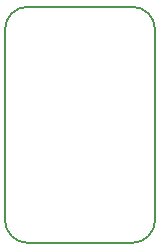
<source format=gbr>
%TF.GenerationSoftware,KiCad,Pcbnew,8.0.2-1*%
%TF.CreationDate,2024-08-18T21:43:35-07:00*%
%TF.ProjectId,HallSwitch,48616c6c-5377-4697-9463-682e6b696361,rev?*%
%TF.SameCoordinates,Original*%
%TF.FileFunction,Profile,NP*%
%FSLAX46Y46*%
G04 Gerber Fmt 4.6, Leading zero omitted, Abs format (unit mm)*
G04 Created by KiCad (PCBNEW 8.0.2-1) date 2024-08-18 21:43:35*
%MOMM*%
%LPD*%
G01*
G04 APERTURE LIST*
%TA.AperFunction,Profile*%
%ADD10C,0.200000*%
%TD*%
G04 APERTURE END LIST*
D10*
X122555000Y-90805000D02*
X131445000Y-90805000D01*
X133350000Y-108888962D02*
G75*
G02*
X131445000Y-110794000I-1905000J-38D01*
G01*
X131445000Y-90805000D02*
G75*
G02*
X133350000Y-92710000I0J-1905000D01*
G01*
X120650000Y-108888962D02*
X120650000Y-92710000D01*
X120650000Y-92710000D02*
G75*
G02*
X122555000Y-90805000I1905000J0D01*
G01*
X131445000Y-110793962D02*
X122555000Y-110793962D01*
X133350000Y-92710000D02*
X133350000Y-108888962D01*
X122555000Y-110793962D02*
G75*
G02*
X120650038Y-108888962I0J1904962D01*
G01*
M02*

</source>
